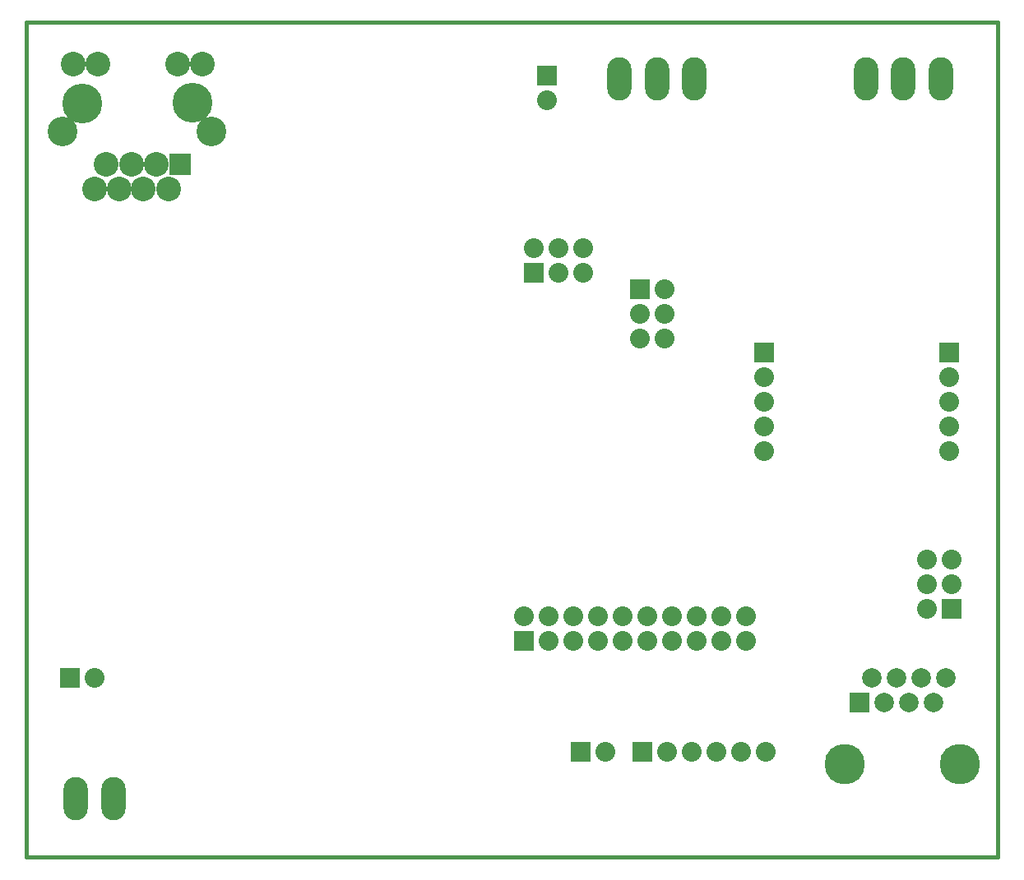
<source format=gbs>
G04 (created by PCBNEW (2013-mar-13)-testing) date dim. 23 juin 2013 13:05:40 CEST*
%MOIN*%
G04 Gerber Fmt 3.4, Leading zero omitted, Abs format*
%FSLAX34Y34*%
G01*
G70*
G90*
G04 APERTURE LIST*
%ADD10C,0.005906*%
%ADD11C,0.015000*%
%ADD12R,0.080000X0.080000*%
%ADD13C,0.080000*%
%ADD14O,0.098000X0.176000*%
%ADD15C,0.161700*%
%ADD16R,0.090000X0.090000*%
%ADD17C,0.100000*%
%ADD18C,0.120000*%
%ADD19C,0.163700*%
%ADD20R,0.079100X0.079100*%
%ADD21C,0.079100*%
G04 APERTURE END LIST*
G54D10*
G54D11*
X52362Y-44488D02*
X12992Y-44488D01*
X52362Y-10629D02*
X52362Y-44488D01*
X52362Y-10629D02*
X12992Y-10629D01*
X12992Y-44488D02*
X12992Y-10629D01*
G54D12*
X42900Y-24025D03*
G54D13*
X42900Y-25025D03*
X42900Y-26025D03*
X42900Y-27025D03*
X42900Y-28025D03*
G54D12*
X50400Y-24025D03*
G54D13*
X50400Y-25025D03*
X50400Y-26025D03*
X50400Y-27025D03*
X50400Y-28025D03*
G54D12*
X35450Y-40200D03*
G54D13*
X36450Y-40200D03*
G54D12*
X37950Y-40200D03*
G54D13*
X38950Y-40200D03*
X39950Y-40200D03*
X40950Y-40200D03*
X41950Y-40200D03*
X42950Y-40200D03*
G54D12*
X50500Y-34425D03*
G54D13*
X49500Y-34425D03*
X50500Y-33425D03*
X49500Y-33425D03*
X50500Y-32425D03*
X49500Y-32425D03*
G54D12*
X37846Y-21440D03*
G54D13*
X38846Y-21440D03*
X37846Y-22440D03*
X38846Y-22440D03*
X37846Y-23440D03*
X38846Y-23440D03*
G54D12*
X33550Y-20775D03*
G54D13*
X33550Y-19775D03*
X34550Y-20775D03*
X34550Y-19775D03*
X35550Y-20775D03*
X35550Y-19775D03*
G54D12*
X14755Y-37204D03*
G54D13*
X15755Y-37204D03*
G54D14*
X14998Y-42125D03*
X16513Y-42125D03*
G54D15*
X15256Y-13898D03*
X19744Y-13879D03*
G54D16*
X19232Y-16379D03*
G54D17*
X18760Y-17383D03*
X18248Y-16379D03*
X17736Y-17383D03*
X17264Y-16379D03*
X16752Y-17383D03*
X16240Y-16379D03*
X15768Y-17383D03*
X20118Y-12304D03*
X19114Y-12304D03*
X15886Y-12304D03*
X14882Y-12304D03*
G54D18*
X20512Y-15060D03*
X14449Y-15060D03*
G54D14*
X40075Y-12925D03*
X38559Y-12925D03*
X37043Y-12925D03*
G54D12*
X34100Y-12775D03*
G54D13*
X34100Y-13775D03*
G54D14*
X50050Y-12925D03*
X48534Y-12925D03*
X47018Y-12925D03*
G54D12*
X33150Y-35700D03*
G54D13*
X33150Y-34700D03*
X34150Y-35700D03*
X34150Y-34700D03*
X35150Y-35700D03*
X35150Y-34700D03*
X36150Y-35700D03*
X36150Y-34700D03*
X37150Y-35700D03*
X37150Y-34700D03*
X38150Y-35700D03*
X38150Y-34700D03*
X39150Y-35700D03*
X39150Y-34700D03*
X40150Y-35700D03*
X40150Y-34700D03*
X41150Y-35700D03*
X41150Y-34700D03*
X42150Y-35700D03*
X42150Y-34700D03*
G54D19*
X50838Y-40700D03*
X46165Y-40700D03*
G54D20*
X46750Y-38200D03*
G54D21*
X47250Y-37200D03*
X47750Y-38200D03*
X48250Y-37200D03*
X48750Y-38200D03*
X49250Y-37200D03*
X49750Y-38200D03*
X50250Y-37200D03*
M02*

</source>
